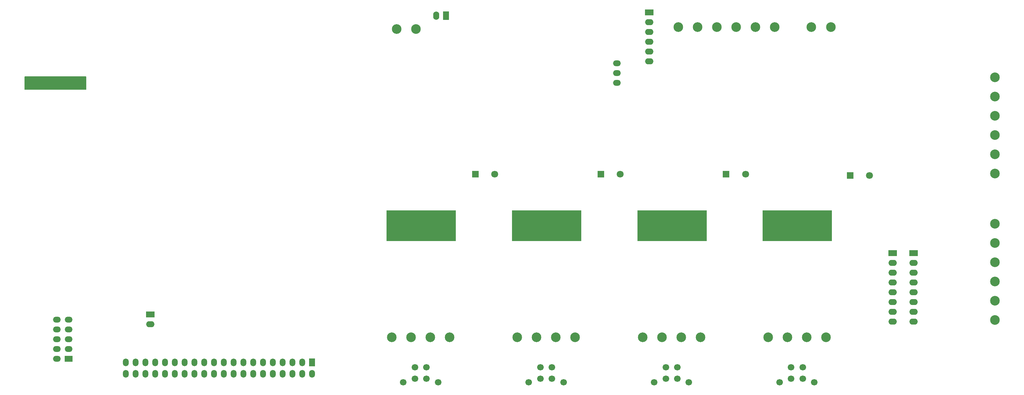
<source format=gbr>
G04 #@! TF.FileFunction,Soldermask,Bot*
%FSLAX46Y46*%
G04 Gerber Fmt 4.6, Leading zero omitted, Abs format (unit mm)*
G04 Created by KiCad (PCBNEW (2015-02-24 BZR 5451)-product) date Thu 12 Mar 2015 11:25:46 PM EDT*
%MOMM*%
G01*
G04 APERTURE LIST*
%ADD10C,0.100000*%
%ADD11C,1.700000*%
%ADD12C,2.500000*%
%ADD13R,1.800000X1.800000*%
%ADD14C,1.800000*%
%ADD15O,2.000000X1.500000*%
%ADD16R,2.000000X1.500000*%
%ADD17R,2.199640X1.524000*%
%ADD18O,2.199640X1.524000*%
%ADD19R,1.524000X2.199640*%
%ADD20O,1.524000X2.199640*%
%ADD21O,1.500000X2.000000*%
%ADD22R,1.500000X2.000000*%
%ADD23O,1.998980X1.501140*%
%ADD24R,18.000000X8.000000*%
%ADD25C,2.000000*%
%ADD26C,0.150000*%
G04 APERTURE END LIST*
D10*
D11*
X192350000Y-141150000D03*
X195350000Y-141150000D03*
X192350000Y-144150000D03*
X195350000Y-144150000D03*
X189350000Y-145090000D03*
X198350000Y-145090000D03*
D12*
X201350000Y-133400000D03*
X196350000Y-133400000D03*
X186350000Y-133400000D03*
X191350000Y-133400000D03*
D13*
X208000000Y-91100000D03*
D14*
X213000000Y-91100000D03*
D11*
X159850000Y-141150000D03*
X162850000Y-141150000D03*
X159850000Y-144150000D03*
X162850000Y-144150000D03*
X156850000Y-145090000D03*
X165850000Y-145090000D03*
D13*
X175500000Y-91100000D03*
D14*
X180500000Y-91100000D03*
D12*
X168850000Y-133400000D03*
X163850000Y-133400000D03*
X153850000Y-133400000D03*
X158850000Y-133400000D03*
X136350000Y-133400000D03*
X131350000Y-133400000D03*
X121350000Y-133400000D03*
X126350000Y-133400000D03*
D11*
X127350000Y-141150000D03*
X130350000Y-141150000D03*
X127350000Y-144150000D03*
X130350000Y-144150000D03*
X124350000Y-145090000D03*
X133350000Y-145090000D03*
D13*
X143000000Y-91100000D03*
D14*
X148000000Y-91100000D03*
D13*
X240100000Y-91400000D03*
D14*
X245100000Y-91400000D03*
D15*
X37620000Y-128820000D03*
X34580000Y-128820000D03*
X34580000Y-131360000D03*
X37620000Y-131360000D03*
D16*
X37620000Y-138980000D03*
D15*
X34580000Y-138980000D03*
X37620000Y-136440000D03*
X34580000Y-136440000D03*
X37620000Y-133900000D03*
X34580000Y-133900000D03*
D11*
X224850000Y-141150000D03*
X227850000Y-141150000D03*
X224850000Y-144150000D03*
X227850000Y-144150000D03*
X221850000Y-145090000D03*
X230850000Y-145090000D03*
D17*
X58800000Y-127430000D03*
D18*
X58800000Y-129970000D03*
D19*
X135370000Y-49900000D03*
D20*
X132830000Y-49900000D03*
D21*
X55010000Y-139880000D03*
X55010000Y-142920000D03*
X52470000Y-142920000D03*
X52470000Y-139880000D03*
X57550000Y-139880000D03*
X57550000Y-142920000D03*
X60090000Y-142920000D03*
X60090000Y-139880000D03*
X62630000Y-139880000D03*
X62630000Y-142920000D03*
X67710000Y-139880000D03*
X67710000Y-142920000D03*
X65170000Y-142920000D03*
X65170000Y-139880000D03*
X70250000Y-139880000D03*
X70250000Y-142920000D03*
X72790000Y-142920000D03*
X72790000Y-139880000D03*
X75330000Y-139880000D03*
X75330000Y-142920000D03*
X77870000Y-142920000D03*
X77870000Y-139880000D03*
X80410000Y-139880000D03*
X80410000Y-142920000D03*
X82950000Y-142920000D03*
X82950000Y-139880000D03*
X85490000Y-139880000D03*
X85490000Y-142920000D03*
X88030000Y-142920000D03*
X88030000Y-139880000D03*
X90570000Y-139880000D03*
X90570000Y-142920000D03*
X93110000Y-142920000D03*
X93110000Y-139880000D03*
D22*
X100730000Y-139880000D03*
D21*
X100730000Y-142920000D03*
X98190000Y-139880000D03*
X98190000Y-142920000D03*
X95650000Y-139880000D03*
X95650000Y-142920000D03*
D17*
X188100000Y-49050000D03*
D18*
X188100000Y-51590000D03*
X188100000Y-54130000D03*
X188100000Y-56670000D03*
X188100000Y-59210000D03*
X188100000Y-61750000D03*
D17*
X251100000Y-111510000D03*
D18*
X251100000Y-114050000D03*
X251100000Y-116590000D03*
X251100000Y-119130000D03*
X251100000Y-121670000D03*
X251100000Y-124210000D03*
X251100000Y-126750000D03*
X251100000Y-129290000D03*
D17*
X256600000Y-111510000D03*
D18*
X256600000Y-114050000D03*
X256600000Y-116590000D03*
X256600000Y-119130000D03*
X256600000Y-121670000D03*
X256600000Y-124210000D03*
X256600000Y-126750000D03*
X256600000Y-129290000D03*
D12*
X277600000Y-103900000D03*
X277600000Y-108900000D03*
X277600000Y-113900000D03*
X277600000Y-118900000D03*
X277600000Y-128900000D03*
X277600000Y-123900000D03*
X277600000Y-65900000D03*
X277600000Y-70900000D03*
X277600000Y-75900000D03*
X277600000Y-80900000D03*
X277600000Y-90900000D03*
X277600000Y-85900000D03*
X233850000Y-133400000D03*
X228850000Y-133400000D03*
X218850000Y-133400000D03*
X223850000Y-133400000D03*
D23*
X179700000Y-67340000D03*
X179700000Y-64800000D03*
X179700000Y-62260000D03*
D12*
X195600000Y-52900000D03*
X200600000Y-52900000D03*
X205600000Y-52900000D03*
X210600000Y-52900000D03*
X220600000Y-52900000D03*
X215600000Y-52900000D03*
X235100000Y-52900000D03*
X230100000Y-52900000D03*
X127600000Y-53400000D03*
X122600000Y-53400000D03*
D24*
X128950000Y-104450000D03*
D25*
X128950000Y-104450000D03*
X128950000Y-102450000D03*
X130950000Y-102450000D03*
X132950000Y-102450000D03*
X134950000Y-102450000D03*
X130950000Y-104450000D03*
X132950000Y-104450000D03*
X134950000Y-104450000D03*
X128950000Y-106450000D03*
X130950000Y-106450000D03*
X132950000Y-106450000D03*
X134950000Y-106450000D03*
X126950000Y-102450000D03*
X124950000Y-102450000D03*
X122950000Y-102450000D03*
X122950000Y-104450000D03*
X122950000Y-106450000D03*
X126950000Y-106450000D03*
X126950000Y-104450000D03*
X124950000Y-104450000D03*
X124950000Y-106450000D03*
D24*
X161500000Y-104400000D03*
D25*
X161500000Y-104400000D03*
X161500000Y-102400000D03*
X163500000Y-102400000D03*
X165500000Y-102400000D03*
X167500000Y-102400000D03*
X163500000Y-104400000D03*
X165500000Y-104400000D03*
X167500000Y-104400000D03*
X161500000Y-106400000D03*
X163500000Y-106400000D03*
X165500000Y-106400000D03*
X167500000Y-106400000D03*
X159500000Y-102400000D03*
X157500000Y-102400000D03*
X155500000Y-102400000D03*
X155500000Y-104400000D03*
X155500000Y-106400000D03*
X159500000Y-106400000D03*
X159500000Y-104400000D03*
X157500000Y-104400000D03*
X157500000Y-106400000D03*
D24*
X193950000Y-104450000D03*
D25*
X193950000Y-104450000D03*
X193950000Y-102450000D03*
X195950000Y-102450000D03*
X197950000Y-102450000D03*
X199950000Y-102450000D03*
X195950000Y-104450000D03*
X197950000Y-104450000D03*
X199950000Y-104450000D03*
X193950000Y-106450000D03*
X195950000Y-106450000D03*
X197950000Y-106450000D03*
X199950000Y-106450000D03*
X191950000Y-102450000D03*
X189950000Y-102450000D03*
X187950000Y-102450000D03*
X187950000Y-104450000D03*
X187950000Y-106450000D03*
X191950000Y-106450000D03*
X191950000Y-104450000D03*
X189950000Y-104450000D03*
X189950000Y-106450000D03*
D24*
X226450000Y-104450000D03*
D25*
X226450000Y-104450000D03*
X226450000Y-102450000D03*
X228450000Y-102450000D03*
X230450000Y-102450000D03*
X232450000Y-102450000D03*
X228450000Y-104450000D03*
X230450000Y-104450000D03*
X232450000Y-104450000D03*
X226450000Y-106450000D03*
X228450000Y-106450000D03*
X230450000Y-106450000D03*
X232450000Y-106450000D03*
X224450000Y-102450000D03*
X222450000Y-102450000D03*
X220450000Y-102450000D03*
X220450000Y-104450000D03*
X220450000Y-106450000D03*
X224450000Y-106450000D03*
X224450000Y-104450000D03*
X222450000Y-104450000D03*
X222450000Y-106450000D03*
D26*
G36*
X42075000Y-69075000D02*
X26225000Y-69075000D01*
X26225000Y-65725000D01*
X42075000Y-65725000D01*
X42075000Y-69075000D01*
X42075000Y-69075000D01*
G37*
X42075000Y-69075000D02*
X26225000Y-69075000D01*
X26225000Y-65725000D01*
X42075000Y-65725000D01*
X42075000Y-69075000D01*
M02*

</source>
